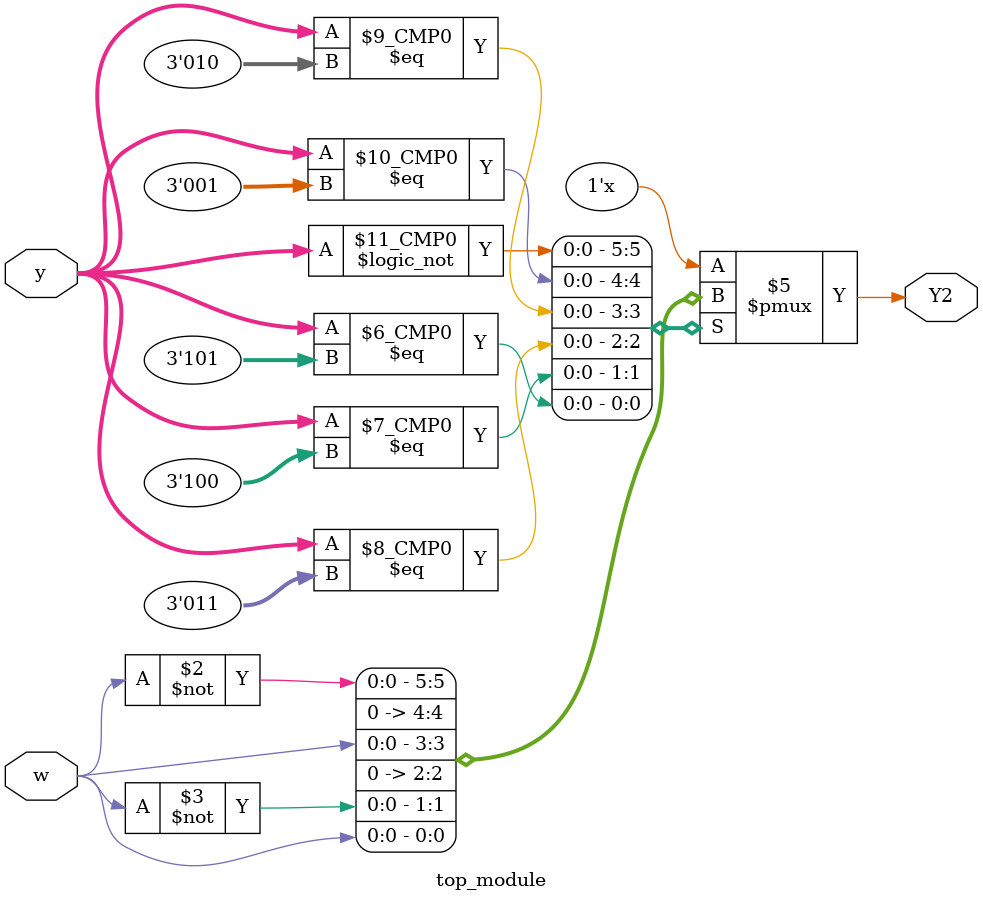
<source format=sv>
module top_module(
    input [3:1] y,
    input w,
    output reg Y2
);

always @(*) begin
    case (y)
        3'b000: Y2 = ~w;
        3'b001: Y2 = 1'b0;
        3'b010: Y2 = w;
        3'b011: Y2 = 1'b0;
        3'b100: Y2 = ~w;
        3'b101: Y2 = w;
        default: Y2 = 1'bx;
    endcase
end

endmodule

</source>
